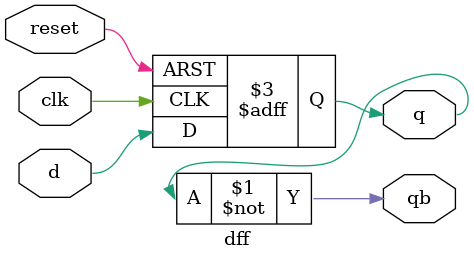
<source format=v>
`timescale 1ns / 1ps


module dff (clk, reset,
  d, q, qb);
  input      clk;
  input      reset;
  input      d;
  output     q;
  output     qb;

  reg        q;

  assign qb = ~q;

  always @(posedge clk or posedge reset)
  begin
    if (reset) begin
      // Asynchronous reset when reset goes high
      q <= 1'b0;
    end else begin
      // Assign D to Q on positive clock edge
      q <= d;
    end
  end
endmodule

</source>
